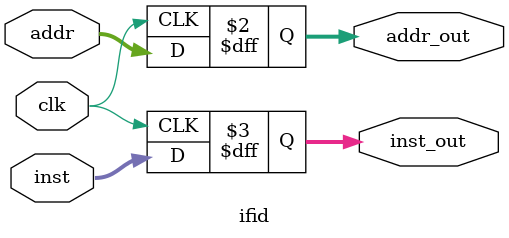
<source format=v>
module ifid(clk, addr, inst, addr_out, inst_out);
	// init inputs
	input clk;
	input [7:0] addr;
	input [31:0] inst;

	// init outputs
	output reg [7:0] addr_out;
	output reg [31:0] inst_out;

always@(negedge clk)
begin

	// assign outputs to corresponding inputs
    inst_out = inst;
    addr_out = addr;

end

endmodule
</source>
